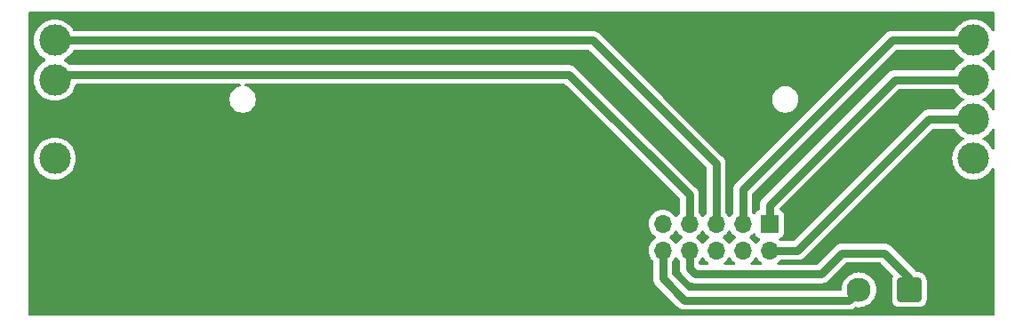
<source format=gtl>
G04 #@! TF.GenerationSoftware,KiCad,Pcbnew,8.0.4*
G04 #@! TF.CreationDate,2024-09-19T22:50:53+02:00*
G04 #@! TF.ProjectId,Fader_Breakout,46616465-725f-4427-9265-616b6f75742e,rev?*
G04 #@! TF.SameCoordinates,Original*
G04 #@! TF.FileFunction,Copper,L1,Top*
G04 #@! TF.FilePolarity,Positive*
%FSLAX46Y46*%
G04 Gerber Fmt 4.6, Leading zero omitted, Abs format (unit mm)*
G04 Created by KiCad (PCBNEW 8.0.4) date 2024-09-19 22:50:53*
%MOMM*%
%LPD*%
G01*
G04 APERTURE LIST*
G04 Aperture macros list*
%AMRoundRect*
0 Rectangle with rounded corners*
0 $1 Rounding radius*
0 $2 $3 $4 $5 $6 $7 $8 $9 X,Y pos of 4 corners*
0 Add a 4 corners polygon primitive as box body*
4,1,4,$2,$3,$4,$5,$6,$7,$8,$9,$2,$3,0*
0 Add four circle primitives for the rounded corners*
1,1,$1+$1,$2,$3*
1,1,$1+$1,$4,$5*
1,1,$1+$1,$6,$7*
1,1,$1+$1,$8,$9*
0 Add four rect primitives between the rounded corners*
20,1,$1+$1,$2,$3,$4,$5,0*
20,1,$1+$1,$4,$5,$6,$7,0*
20,1,$1+$1,$6,$7,$8,$9,0*
20,1,$1+$1,$8,$9,$2,$3,0*%
G04 Aperture macros list end*
G04 #@! TA.AperFunction,ComponentPad*
%ADD10R,1.700000X1.700000*%
G04 #@! TD*
G04 #@! TA.AperFunction,ComponentPad*
%ADD11O,1.700000X1.700000*%
G04 #@! TD*
G04 #@! TA.AperFunction,ComponentPad*
%ADD12C,3.000000*%
G04 #@! TD*
G04 #@! TA.AperFunction,ComponentPad*
%ADD13RoundRect,0.250001X0.899999X0.899999X-0.899999X0.899999X-0.899999X-0.899999X0.899999X-0.899999X0*%
G04 #@! TD*
G04 #@! TA.AperFunction,ComponentPad*
%ADD14C,2.300000*%
G04 #@! TD*
G04 #@! TA.AperFunction,Conductor*
%ADD15C,0.800000*%
G04 #@! TD*
G04 APERTURE END LIST*
D10*
X175075000Y-98725000D03*
D11*
X175075000Y-101265000D03*
X172535000Y-98725000D03*
X172535000Y-101265000D03*
X169995000Y-98725000D03*
X169995000Y-101265000D03*
X167455000Y-98725000D03*
X167455000Y-101265000D03*
X164915000Y-98725000D03*
X164915000Y-101265000D03*
D12*
X194500000Y-85000000D03*
X194500000Y-88750000D03*
X194500000Y-81250000D03*
X194500000Y-92500000D03*
X107000000Y-81250000D03*
X107000000Y-92500000D03*
X107000000Y-85000000D03*
D13*
X188400000Y-105000000D03*
D14*
X183600000Y-105000000D03*
D15*
X183600000Y-105000000D02*
X182600000Y-106000000D01*
X167000000Y-106000000D02*
X164915000Y-103915000D01*
X182600000Y-106000000D02*
X167000000Y-106000000D01*
X164915000Y-103915000D02*
X164915000Y-101265000D01*
X186750000Y-81250000D02*
X172535000Y-95465000D01*
X172535000Y-95465000D02*
X172535000Y-98725000D01*
X194500000Y-81250000D02*
X186750000Y-81250000D01*
X167455000Y-95955000D02*
X167455000Y-98725000D01*
X107000000Y-85000000D02*
X107500000Y-84500000D01*
X156000000Y-84500000D02*
X167455000Y-95955000D01*
X107500000Y-84500000D02*
X156000000Y-84500000D01*
X187000000Y-85000000D02*
X175075000Y-96925000D01*
X194500000Y-85000000D02*
X187000000Y-85000000D01*
X175075000Y-96925000D02*
X175075000Y-98725000D01*
X186000000Y-101500000D02*
X182000000Y-101500000D01*
X168000000Y-103500000D02*
X167455000Y-102955000D01*
X167455000Y-102955000D02*
X167455000Y-101265000D01*
X182000000Y-101500000D02*
X180000000Y-103500000D01*
X180000000Y-103500000D02*
X168000000Y-103500000D01*
X188400000Y-103900000D02*
X186000000Y-101500000D01*
X188400000Y-105000000D02*
X188400000Y-103900000D01*
X177735000Y-101265000D02*
X175075000Y-101265000D01*
X190250000Y-88750000D02*
X177735000Y-101265000D01*
X194500000Y-88750000D02*
X190250000Y-88750000D01*
X194500000Y-88750000D02*
X194250000Y-88750000D01*
X107000000Y-81250000D02*
X158250000Y-81250000D01*
X169995000Y-92995000D02*
X169995000Y-98725000D01*
X158250000Y-81250000D02*
X169995000Y-92995000D01*
G04 #@! TA.AperFunction,NonConductor*
G36*
X196449811Y-82148989D02*
G01*
X196491682Y-82204923D01*
X196499500Y-82248256D01*
X196499500Y-84001743D01*
X196479815Y-84068782D01*
X196427011Y-84114537D01*
X196357853Y-84124481D01*
X196294297Y-84095456D01*
X196266668Y-84061170D01*
X196187229Y-83915690D01*
X196187224Y-83915682D01*
X196015745Y-83686612D01*
X196015729Y-83686594D01*
X195813405Y-83484270D01*
X195813387Y-83484254D01*
X195584317Y-83312775D01*
X195584309Y-83312770D01*
X195439745Y-83233832D01*
X195390340Y-83184427D01*
X195375488Y-83116154D01*
X195399905Y-83050689D01*
X195439745Y-83016168D01*
X195532627Y-82965449D01*
X195584315Y-82937226D01*
X195813395Y-82765739D01*
X196015739Y-82563395D01*
X196187226Y-82334315D01*
X196234218Y-82248256D01*
X196266668Y-82188829D01*
X196316073Y-82139424D01*
X196384346Y-82124572D01*
X196449811Y-82148989D01*
G37*
G04 #@! TD.AperFunction*
G04 #@! TA.AperFunction,NonConductor*
G36*
X196449811Y-85898989D02*
G01*
X196491682Y-85954923D01*
X196499500Y-85998256D01*
X196499500Y-87751743D01*
X196479815Y-87818782D01*
X196427011Y-87864537D01*
X196357853Y-87874481D01*
X196294297Y-87845456D01*
X196266668Y-87811170D01*
X196187229Y-87665690D01*
X196187224Y-87665682D01*
X196015745Y-87436612D01*
X196015729Y-87436594D01*
X195813405Y-87234270D01*
X195813387Y-87234254D01*
X195584317Y-87062775D01*
X195584309Y-87062770D01*
X195439745Y-86983832D01*
X195390340Y-86934427D01*
X195375488Y-86866154D01*
X195399905Y-86800689D01*
X195439745Y-86766168D01*
X195532627Y-86715449D01*
X195584315Y-86687226D01*
X195813395Y-86515739D01*
X196015739Y-86313395D01*
X196187226Y-86084315D01*
X196234218Y-85998256D01*
X196266668Y-85938829D01*
X196316073Y-85889424D01*
X196384346Y-85874572D01*
X196449811Y-85898989D01*
G37*
G04 #@! TD.AperFunction*
G04 #@! TA.AperFunction,NonConductor*
G36*
X196449811Y-89648989D02*
G01*
X196491682Y-89704923D01*
X196499500Y-89748256D01*
X196499500Y-91501743D01*
X196479815Y-91568782D01*
X196427011Y-91614537D01*
X196357853Y-91624481D01*
X196294297Y-91595456D01*
X196266668Y-91561170D01*
X196187229Y-91415690D01*
X196187224Y-91415682D01*
X196015745Y-91186612D01*
X196015729Y-91186594D01*
X195813405Y-90984270D01*
X195813387Y-90984254D01*
X195584317Y-90812775D01*
X195584309Y-90812770D01*
X195439745Y-90733832D01*
X195390340Y-90684427D01*
X195375488Y-90616154D01*
X195399905Y-90550689D01*
X195439745Y-90516168D01*
X195532627Y-90465449D01*
X195584315Y-90437226D01*
X195813395Y-90265739D01*
X196015739Y-90063395D01*
X196187226Y-89834315D01*
X196234218Y-89748256D01*
X196266668Y-89688829D01*
X196316073Y-89639424D01*
X196384346Y-89624572D01*
X196449811Y-89648989D01*
G37*
G04 #@! TD.AperFunction*
G04 #@! TA.AperFunction,NonConductor*
G36*
X192705870Y-82170185D02*
G01*
X192747663Y-82215073D01*
X192812770Y-82334310D01*
X192812775Y-82334317D01*
X192984254Y-82563387D01*
X192984270Y-82563405D01*
X193186594Y-82765729D01*
X193186612Y-82765745D01*
X193415682Y-82937224D01*
X193415690Y-82937229D01*
X193560254Y-83016168D01*
X193609659Y-83065574D01*
X193624511Y-83133847D01*
X193600094Y-83199311D01*
X193560254Y-83233832D01*
X193415690Y-83312770D01*
X193415682Y-83312775D01*
X193186612Y-83484254D01*
X193186594Y-83484270D01*
X192984270Y-83686594D01*
X192984254Y-83686612D01*
X192812775Y-83915682D01*
X192812770Y-83915689D01*
X192747663Y-84034927D01*
X192698258Y-84084332D01*
X192638831Y-84099500D01*
X186911303Y-84099500D01*
X186737339Y-84134103D01*
X186737323Y-84134108D01*
X186621453Y-84182102D01*
X186621454Y-84182103D01*
X186573454Y-84201986D01*
X186573453Y-84201987D01*
X186520553Y-84237334D01*
X186425965Y-84300535D01*
X186425961Y-84300538D01*
X174375540Y-96350958D01*
X174375537Y-96350961D01*
X174355102Y-96381546D01*
X174276990Y-96498447D01*
X174276983Y-96498460D01*
X174264320Y-96529034D01*
X174264320Y-96529035D01*
X174209105Y-96662333D01*
X174209103Y-96662341D01*
X174177565Y-96820890D01*
X174177566Y-96820891D01*
X174174500Y-96836306D01*
X174174500Y-97273560D01*
X174154815Y-97340599D01*
X174102011Y-97386354D01*
X174093833Y-97389742D01*
X173982671Y-97431202D01*
X173982664Y-97431206D01*
X173867455Y-97517452D01*
X173867452Y-97517455D01*
X173781206Y-97632664D01*
X173781203Y-97632669D01*
X173732189Y-97764083D01*
X173690317Y-97820016D01*
X173624853Y-97844433D01*
X173556580Y-97829581D01*
X173528325Y-97808429D01*
X173471818Y-97751921D01*
X173438334Y-97690598D01*
X173435500Y-97664241D01*
X173435500Y-95889361D01*
X173455185Y-95822322D01*
X173471819Y-95801680D01*
X187086680Y-82186819D01*
X187148003Y-82153334D01*
X187174361Y-82150500D01*
X192638831Y-82150500D01*
X192705870Y-82170185D01*
G37*
G04 #@! TD.AperFunction*
G04 #@! TA.AperFunction,NonConductor*
G36*
X157892677Y-82170185D02*
G01*
X157913319Y-82186819D01*
X169058181Y-93331680D01*
X169091666Y-93393003D01*
X169094500Y-93419361D01*
X169094500Y-97664241D01*
X169074815Y-97731280D01*
X169058181Y-97751922D01*
X168956505Y-97853597D01*
X168826575Y-98039158D01*
X168771998Y-98082783D01*
X168702500Y-98089977D01*
X168640145Y-98058454D01*
X168623425Y-98039158D01*
X168493494Y-97853597D01*
X168391819Y-97751922D01*
X168358334Y-97690599D01*
X168355500Y-97664241D01*
X168355500Y-95866306D01*
X168355499Y-95866304D01*
X168320896Y-95692341D01*
X168320893Y-95692332D01*
X168253016Y-95528459D01*
X168253009Y-95528446D01*
X168154465Y-95380966D01*
X168149803Y-95376304D01*
X168029035Y-95255536D01*
X156574036Y-83800536D01*
X156574035Y-83800535D01*
X156574030Y-83800531D01*
X156514961Y-83761064D01*
X156514960Y-83761063D01*
X156426544Y-83701985D01*
X156426542Y-83701984D01*
X156344607Y-83668046D01*
X156344606Y-83668046D01*
X156262666Y-83634105D01*
X156262658Y-83634103D01*
X156088696Y-83599500D01*
X156088692Y-83599500D01*
X156088691Y-83599500D01*
X108479996Y-83599500D01*
X108412957Y-83579815D01*
X108392319Y-83563185D01*
X108313395Y-83484261D01*
X108313393Y-83484260D01*
X108313387Y-83484254D01*
X108084317Y-83312775D01*
X108084309Y-83312770D01*
X107939745Y-83233832D01*
X107890340Y-83184427D01*
X107875488Y-83116154D01*
X107899905Y-83050689D01*
X107939745Y-83016168D01*
X108032627Y-82965449D01*
X108084315Y-82937226D01*
X108313395Y-82765739D01*
X108515739Y-82563395D01*
X108687226Y-82334315D01*
X108687230Y-82334309D01*
X108752337Y-82215073D01*
X108801742Y-82165668D01*
X108861169Y-82150500D01*
X157825638Y-82150500D01*
X157892677Y-82170185D01*
G37*
G04 #@! TD.AperFunction*
G04 #@! TA.AperFunction,NonConductor*
G36*
X192705870Y-85920185D02*
G01*
X192747663Y-85965073D01*
X192812770Y-86084310D01*
X192812775Y-86084317D01*
X192984254Y-86313387D01*
X192984270Y-86313405D01*
X193186594Y-86515729D01*
X193186612Y-86515745D01*
X193415682Y-86687224D01*
X193415690Y-86687229D01*
X193560254Y-86766168D01*
X193609659Y-86815574D01*
X193624511Y-86883847D01*
X193600094Y-86949311D01*
X193560254Y-86983832D01*
X193415690Y-87062770D01*
X193415682Y-87062775D01*
X193186612Y-87234254D01*
X193186594Y-87234270D01*
X192984270Y-87436594D01*
X192984254Y-87436612D01*
X192812775Y-87665682D01*
X192812770Y-87665689D01*
X192747663Y-87784927D01*
X192698258Y-87834332D01*
X192638831Y-87849500D01*
X190161303Y-87849500D01*
X189987339Y-87884103D01*
X189987323Y-87884108D01*
X189871453Y-87932102D01*
X189871454Y-87932103D01*
X189823454Y-87951986D01*
X189700887Y-88033882D01*
X189700886Y-88033884D01*
X189675965Y-88050536D01*
X189675961Y-88050539D01*
X177398319Y-100328181D01*
X177336996Y-100361666D01*
X177310638Y-100364500D01*
X176135758Y-100364500D01*
X176068719Y-100344815D01*
X176048077Y-100328181D01*
X175991569Y-100271673D01*
X175958084Y-100210350D01*
X175963068Y-100140658D01*
X176004940Y-100084725D01*
X176035915Y-100067810D01*
X176167331Y-100018796D01*
X176282546Y-99932546D01*
X176368796Y-99817331D01*
X176419091Y-99682483D01*
X176425500Y-99622873D01*
X176425499Y-97827128D01*
X176419091Y-97767517D01*
X176417810Y-97764083D01*
X176368797Y-97632671D01*
X176368793Y-97632664D01*
X176282547Y-97517455D01*
X176282544Y-97517452D01*
X176167335Y-97431206D01*
X176167329Y-97431203D01*
X176111375Y-97410333D01*
X176055441Y-97368461D01*
X176031025Y-97302996D01*
X176045877Y-97234724D01*
X176067025Y-97206473D01*
X187336680Y-85936819D01*
X187398003Y-85903334D01*
X187424361Y-85900500D01*
X192638831Y-85900500D01*
X192705870Y-85920185D01*
G37*
G04 #@! TD.AperFunction*
G04 #@! TA.AperFunction,NonConductor*
G36*
X173659340Y-99613068D02*
G01*
X173715274Y-99654939D01*
X173732189Y-99685917D01*
X173781202Y-99817328D01*
X173781206Y-99817335D01*
X173867452Y-99932544D01*
X173867455Y-99932547D01*
X173982664Y-100018793D01*
X173982671Y-100018797D01*
X174114081Y-100067810D01*
X174170015Y-100109681D01*
X174194432Y-100175145D01*
X174179580Y-100243418D01*
X174158430Y-100271673D01*
X174036503Y-100393600D01*
X173906575Y-100579158D01*
X173851998Y-100622783D01*
X173782500Y-100629977D01*
X173720145Y-100598454D01*
X173703425Y-100579158D01*
X173573494Y-100393597D01*
X173406402Y-100226506D01*
X173406396Y-100226501D01*
X173220842Y-100096575D01*
X173177217Y-100041998D01*
X173170023Y-99972500D01*
X173201546Y-99910145D01*
X173220842Y-99893425D01*
X173243026Y-99877891D01*
X173406401Y-99763495D01*
X173528329Y-99641566D01*
X173589648Y-99608084D01*
X173659340Y-99613068D01*
G37*
G04 #@! TD.AperFunction*
G04 #@! TA.AperFunction,NonConductor*
G36*
X171349855Y-99391546D02*
G01*
X171366575Y-99410842D01*
X171496501Y-99596396D01*
X171496506Y-99596402D01*
X171663597Y-99763493D01*
X171663603Y-99763498D01*
X171849158Y-99893425D01*
X171892783Y-99948002D01*
X171899977Y-100017500D01*
X171868454Y-100079855D01*
X171849158Y-100096575D01*
X171663597Y-100226505D01*
X171496505Y-100393597D01*
X171366575Y-100579158D01*
X171311998Y-100622783D01*
X171242500Y-100629977D01*
X171180145Y-100598454D01*
X171163425Y-100579158D01*
X171033494Y-100393597D01*
X170866402Y-100226506D01*
X170866396Y-100226501D01*
X170680842Y-100096575D01*
X170637217Y-100041998D01*
X170630023Y-99972500D01*
X170661546Y-99910145D01*
X170680842Y-99893425D01*
X170703026Y-99877891D01*
X170866401Y-99763495D01*
X171033495Y-99596401D01*
X171163425Y-99410842D01*
X171218002Y-99367217D01*
X171287500Y-99360023D01*
X171349855Y-99391546D01*
G37*
G04 #@! TD.AperFunction*
G04 #@! TA.AperFunction,NonConductor*
G36*
X168809855Y-99391546D02*
G01*
X168826575Y-99410842D01*
X168956501Y-99596396D01*
X168956506Y-99596402D01*
X169123597Y-99763493D01*
X169123603Y-99763498D01*
X169309158Y-99893425D01*
X169352783Y-99948002D01*
X169359977Y-100017500D01*
X169328454Y-100079855D01*
X169309158Y-100096575D01*
X169123597Y-100226505D01*
X168956505Y-100393597D01*
X168826575Y-100579158D01*
X168771998Y-100622783D01*
X168702500Y-100629977D01*
X168640145Y-100598454D01*
X168623425Y-100579158D01*
X168493494Y-100393597D01*
X168326402Y-100226506D01*
X168326396Y-100226501D01*
X168140842Y-100096575D01*
X168097217Y-100041998D01*
X168090023Y-99972500D01*
X168121546Y-99910145D01*
X168140842Y-99893425D01*
X168163026Y-99877891D01*
X168326401Y-99763495D01*
X168493495Y-99596401D01*
X168623425Y-99410842D01*
X168678002Y-99367217D01*
X168747500Y-99360023D01*
X168809855Y-99391546D01*
G37*
G04 #@! TD.AperFunction*
G04 #@! TA.AperFunction,NonConductor*
G36*
X166269855Y-99391546D02*
G01*
X166286575Y-99410842D01*
X166416501Y-99596396D01*
X166416506Y-99596402D01*
X166583597Y-99763493D01*
X166583603Y-99763498D01*
X166769158Y-99893425D01*
X166812783Y-99948002D01*
X166819977Y-100017500D01*
X166788454Y-100079855D01*
X166769158Y-100096575D01*
X166583597Y-100226505D01*
X166416505Y-100393597D01*
X166286575Y-100579158D01*
X166231998Y-100622783D01*
X166162500Y-100629977D01*
X166100145Y-100598454D01*
X166083425Y-100579158D01*
X165953494Y-100393597D01*
X165786402Y-100226506D01*
X165786396Y-100226501D01*
X165600842Y-100096575D01*
X165557217Y-100041998D01*
X165550023Y-99972500D01*
X165581546Y-99910145D01*
X165600842Y-99893425D01*
X165623026Y-99877891D01*
X165786401Y-99763495D01*
X165953495Y-99596401D01*
X166083425Y-99410842D01*
X166138002Y-99367217D01*
X166207500Y-99360023D01*
X166269855Y-99391546D01*
G37*
G04 #@! TD.AperFunction*
G04 #@! TA.AperFunction,NonConductor*
G36*
X173889855Y-101931546D02*
G01*
X173906575Y-101950842D01*
X174036501Y-102136396D01*
X174036506Y-102136402D01*
X174203597Y-102303493D01*
X174203603Y-102303498D01*
X174304183Y-102373925D01*
X174347808Y-102428502D01*
X174355002Y-102498000D01*
X174323479Y-102560355D01*
X174263249Y-102595769D01*
X174233060Y-102599500D01*
X173376940Y-102599500D01*
X173309901Y-102579815D01*
X173264146Y-102527011D01*
X173254202Y-102457853D01*
X173283227Y-102394297D01*
X173305817Y-102373925D01*
X173374606Y-102325758D01*
X173406401Y-102303495D01*
X173573495Y-102136401D01*
X173703425Y-101950842D01*
X173758002Y-101907217D01*
X173827500Y-101900023D01*
X173889855Y-101931546D01*
G37*
G04 #@! TD.AperFunction*
G04 #@! TA.AperFunction,NonConductor*
G36*
X171349855Y-101931546D02*
G01*
X171366575Y-101950842D01*
X171496501Y-102136396D01*
X171496506Y-102136402D01*
X171663597Y-102303493D01*
X171663603Y-102303498D01*
X171764183Y-102373925D01*
X171807808Y-102428502D01*
X171815002Y-102498000D01*
X171783479Y-102560355D01*
X171723249Y-102595769D01*
X171693060Y-102599500D01*
X170836940Y-102599500D01*
X170769901Y-102579815D01*
X170724146Y-102527011D01*
X170714202Y-102457853D01*
X170743227Y-102394297D01*
X170765817Y-102373925D01*
X170834606Y-102325758D01*
X170866401Y-102303495D01*
X171033495Y-102136401D01*
X171163425Y-101950842D01*
X171218002Y-101907217D01*
X171287500Y-101900023D01*
X171349855Y-101931546D01*
G37*
G04 #@! TD.AperFunction*
G04 #@! TA.AperFunction,NonConductor*
G36*
X168809855Y-101931546D02*
G01*
X168826575Y-101950842D01*
X168956501Y-102136396D01*
X168956506Y-102136402D01*
X169123597Y-102303493D01*
X169123603Y-102303498D01*
X169224183Y-102373925D01*
X169267808Y-102428502D01*
X169275002Y-102498000D01*
X169243479Y-102560355D01*
X169183249Y-102595769D01*
X169153060Y-102599500D01*
X168479500Y-102599500D01*
X168412461Y-102579815D01*
X168366706Y-102527011D01*
X168355500Y-102475500D01*
X168355500Y-102325758D01*
X168375185Y-102258719D01*
X168391819Y-102238077D01*
X168428077Y-102201819D01*
X168493495Y-102136401D01*
X168623425Y-101950842D01*
X168678002Y-101907217D01*
X168747500Y-101900023D01*
X168809855Y-101931546D01*
G37*
G04 #@! TD.AperFunction*
G04 #@! TA.AperFunction,NonConductor*
G36*
X196442539Y-78520185D02*
G01*
X196488294Y-78572989D01*
X196499500Y-78624500D01*
X196499500Y-80251743D01*
X196479815Y-80318782D01*
X196427011Y-80364537D01*
X196357853Y-80374481D01*
X196294297Y-80345456D01*
X196266668Y-80311170D01*
X196187229Y-80165690D01*
X196187224Y-80165682D01*
X196015745Y-79936612D01*
X196015729Y-79936594D01*
X195813405Y-79734270D01*
X195813387Y-79734254D01*
X195584317Y-79562775D01*
X195584309Y-79562770D01*
X195333166Y-79425635D01*
X195333167Y-79425635D01*
X195225915Y-79385632D01*
X195065046Y-79325631D01*
X195065043Y-79325630D01*
X195065037Y-79325628D01*
X194785433Y-79264804D01*
X194500001Y-79244390D01*
X194499999Y-79244390D01*
X194214566Y-79264804D01*
X193934962Y-79325628D01*
X193666833Y-79425635D01*
X193415690Y-79562770D01*
X193415682Y-79562775D01*
X193186612Y-79734254D01*
X193186594Y-79734270D01*
X192984270Y-79936594D01*
X192984254Y-79936612D01*
X192812775Y-80165682D01*
X192812770Y-80165689D01*
X192747663Y-80284927D01*
X192698258Y-80334332D01*
X192638831Y-80349500D01*
X186661303Y-80349500D01*
X186487339Y-80384103D01*
X186487323Y-80384108D01*
X186371453Y-80432102D01*
X186371454Y-80432103D01*
X186323454Y-80451986D01*
X186175965Y-80550535D01*
X186175961Y-80550538D01*
X171835538Y-94890960D01*
X171835537Y-94890961D01*
X171796064Y-94950039D01*
X171796063Y-94950040D01*
X171736990Y-95038447D01*
X171736983Y-95038459D01*
X171716006Y-95089105D01*
X171716006Y-95089106D01*
X171669106Y-95202331D01*
X171669103Y-95202341D01*
X171658522Y-95255537D01*
X171634500Y-95376304D01*
X171634500Y-97664241D01*
X171614815Y-97731280D01*
X171598181Y-97751922D01*
X171496505Y-97853597D01*
X171366575Y-98039158D01*
X171311998Y-98082783D01*
X171242500Y-98089977D01*
X171180145Y-98058454D01*
X171163425Y-98039158D01*
X171033494Y-97853597D01*
X170931819Y-97751922D01*
X170898334Y-97690599D01*
X170895500Y-97664241D01*
X170895500Y-92906306D01*
X170895499Y-92906304D01*
X170860896Y-92732341D01*
X170860893Y-92732332D01*
X170793016Y-92568459D01*
X170793009Y-92568446D01*
X170694465Y-92420966D01*
X170688069Y-92414570D01*
X170569035Y-92295536D01*
X165050076Y-86776577D01*
X175349500Y-86776577D01*
X175349500Y-86973422D01*
X175380290Y-87167826D01*
X175441117Y-87355029D01*
X175482686Y-87436612D01*
X175530476Y-87530405D01*
X175646172Y-87689646D01*
X175785354Y-87828828D01*
X175944595Y-87944524D01*
X176027455Y-87986743D01*
X176119970Y-88033882D01*
X176119972Y-88033882D01*
X176119975Y-88033884D01*
X176171234Y-88050539D01*
X176307173Y-88094709D01*
X176501578Y-88125500D01*
X176501583Y-88125500D01*
X176698422Y-88125500D01*
X176892826Y-88094709D01*
X177080025Y-88033884D01*
X177255405Y-87944524D01*
X177414646Y-87828828D01*
X177553828Y-87689646D01*
X177669524Y-87530405D01*
X177758884Y-87355025D01*
X177819709Y-87167826D01*
X177850500Y-86973422D01*
X177850500Y-86776577D01*
X177819709Y-86582173D01*
X177758882Y-86394970D01*
X177669523Y-86219594D01*
X177553828Y-86060354D01*
X177414646Y-85921172D01*
X177255405Y-85805476D01*
X177080029Y-85716117D01*
X176892826Y-85655290D01*
X176698422Y-85624500D01*
X176698417Y-85624500D01*
X176501583Y-85624500D01*
X176501578Y-85624500D01*
X176307173Y-85655290D01*
X176119970Y-85716117D01*
X175944594Y-85805476D01*
X175906483Y-85833166D01*
X175785354Y-85921172D01*
X175785352Y-85921174D01*
X175785351Y-85921174D01*
X175646174Y-86060351D01*
X175646174Y-86060352D01*
X175646172Y-86060354D01*
X175628762Y-86084317D01*
X175530476Y-86219594D01*
X175441117Y-86394970D01*
X175380290Y-86582173D01*
X175349500Y-86776577D01*
X165050076Y-86776577D01*
X158824036Y-80550536D01*
X158824035Y-80550535D01*
X158824030Y-80550531D01*
X158764961Y-80511064D01*
X158764960Y-80511063D01*
X158676544Y-80451985D01*
X158676542Y-80451984D01*
X158591692Y-80416839D01*
X158512666Y-80384105D01*
X158512658Y-80384103D01*
X158338696Y-80349500D01*
X158338692Y-80349500D01*
X158338691Y-80349500D01*
X108861169Y-80349500D01*
X108794130Y-80329815D01*
X108752337Y-80284927D01*
X108687229Y-80165689D01*
X108687224Y-80165682D01*
X108515745Y-79936612D01*
X108515729Y-79936594D01*
X108313405Y-79734270D01*
X108313387Y-79734254D01*
X108084317Y-79562775D01*
X108084309Y-79562770D01*
X107833166Y-79425635D01*
X107833167Y-79425635D01*
X107725915Y-79385632D01*
X107565046Y-79325631D01*
X107565043Y-79325630D01*
X107565037Y-79325628D01*
X107285433Y-79264804D01*
X107000001Y-79244390D01*
X106999999Y-79244390D01*
X106714566Y-79264804D01*
X106434962Y-79325628D01*
X106166833Y-79425635D01*
X105915690Y-79562770D01*
X105915682Y-79562775D01*
X105686612Y-79734254D01*
X105686594Y-79734270D01*
X105484270Y-79936594D01*
X105484254Y-79936612D01*
X105312775Y-80165682D01*
X105312770Y-80165690D01*
X105175635Y-80416833D01*
X105075628Y-80684962D01*
X105014804Y-80964566D01*
X104994390Y-81249998D01*
X104994390Y-81250001D01*
X105014804Y-81535433D01*
X105075628Y-81815037D01*
X105175635Y-82083166D01*
X105312770Y-82334309D01*
X105312775Y-82334317D01*
X105484254Y-82563387D01*
X105484270Y-82563405D01*
X105686594Y-82765729D01*
X105686612Y-82765745D01*
X105915682Y-82937224D01*
X105915690Y-82937229D01*
X106060254Y-83016168D01*
X106109659Y-83065574D01*
X106124511Y-83133847D01*
X106100094Y-83199311D01*
X106060254Y-83233832D01*
X105915690Y-83312770D01*
X105915682Y-83312775D01*
X105686612Y-83484254D01*
X105686594Y-83484270D01*
X105484270Y-83686594D01*
X105484254Y-83686612D01*
X105312775Y-83915682D01*
X105312770Y-83915690D01*
X105175635Y-84166833D01*
X105075628Y-84434962D01*
X105014804Y-84714566D01*
X104994390Y-84999998D01*
X104994390Y-85000001D01*
X105014804Y-85285433D01*
X105075628Y-85565037D01*
X105075630Y-85565043D01*
X105075631Y-85565046D01*
X105131978Y-85716117D01*
X105175635Y-85833166D01*
X105312770Y-86084309D01*
X105312775Y-86084317D01*
X105484254Y-86313387D01*
X105484270Y-86313405D01*
X105686594Y-86515729D01*
X105686612Y-86515745D01*
X105915682Y-86687224D01*
X105915690Y-86687229D01*
X106166833Y-86824364D01*
X106166832Y-86824364D01*
X106166836Y-86824365D01*
X106166839Y-86824367D01*
X106434954Y-86924369D01*
X106434960Y-86924370D01*
X106434962Y-86924371D01*
X106714566Y-86985195D01*
X106714568Y-86985195D01*
X106714572Y-86985196D01*
X106968220Y-87003337D01*
X106999999Y-87005610D01*
X107000000Y-87005610D01*
X107000001Y-87005610D01*
X107028595Y-87003564D01*
X107285428Y-86985196D01*
X107291699Y-86983832D01*
X107565037Y-86924371D01*
X107565037Y-86924370D01*
X107565046Y-86924369D01*
X107833161Y-86824367D01*
X108084315Y-86687226D01*
X108313395Y-86515739D01*
X108515739Y-86313395D01*
X108687226Y-86084315D01*
X108824367Y-85833161D01*
X108924369Y-85565046D01*
X108938923Y-85498143D01*
X108972407Y-85436819D01*
X109033730Y-85403334D01*
X109060089Y-85400500D01*
X124640292Y-85400500D01*
X124707331Y-85420185D01*
X124753086Y-85472989D01*
X124763030Y-85542147D01*
X124734005Y-85605703D01*
X124675227Y-85643477D01*
X124659690Y-85646973D01*
X124607173Y-85655290D01*
X124419970Y-85716117D01*
X124244594Y-85805476D01*
X124206483Y-85833166D01*
X124085354Y-85921172D01*
X124085352Y-85921174D01*
X124085351Y-85921174D01*
X123946174Y-86060351D01*
X123946174Y-86060352D01*
X123946172Y-86060354D01*
X123928762Y-86084317D01*
X123830476Y-86219594D01*
X123741117Y-86394970D01*
X123680290Y-86582173D01*
X123649500Y-86776577D01*
X123649500Y-86973422D01*
X123680290Y-87167826D01*
X123741117Y-87355029D01*
X123782686Y-87436612D01*
X123830476Y-87530405D01*
X123946172Y-87689646D01*
X124085354Y-87828828D01*
X124244595Y-87944524D01*
X124327455Y-87986743D01*
X124419970Y-88033882D01*
X124419972Y-88033882D01*
X124419975Y-88033884D01*
X124471234Y-88050539D01*
X124607173Y-88094709D01*
X124801578Y-88125500D01*
X124801583Y-88125500D01*
X124998422Y-88125500D01*
X125192826Y-88094709D01*
X125380025Y-88033884D01*
X125555405Y-87944524D01*
X125714646Y-87828828D01*
X125853828Y-87689646D01*
X125969524Y-87530405D01*
X126058884Y-87355025D01*
X126119709Y-87167826D01*
X126150500Y-86973422D01*
X126150500Y-86776577D01*
X126119709Y-86582173D01*
X126058882Y-86394970D01*
X125969523Y-86219594D01*
X125853828Y-86060354D01*
X125714646Y-85921172D01*
X125555405Y-85805476D01*
X125380029Y-85716117D01*
X125192826Y-85655290D01*
X125140310Y-85646973D01*
X125077175Y-85617044D01*
X125040244Y-85557732D01*
X125041242Y-85487870D01*
X125079852Y-85429637D01*
X125143816Y-85401523D01*
X125159708Y-85400500D01*
X155575638Y-85400500D01*
X155642677Y-85420185D01*
X155663319Y-85436819D01*
X166518181Y-96291680D01*
X166551666Y-96353003D01*
X166554500Y-96379361D01*
X166554500Y-97664241D01*
X166534815Y-97731280D01*
X166518181Y-97751922D01*
X166416505Y-97853597D01*
X166286575Y-98039158D01*
X166231998Y-98082783D01*
X166162500Y-98089977D01*
X166100145Y-98058454D01*
X166083425Y-98039158D01*
X165953494Y-97853597D01*
X165786402Y-97686506D01*
X165786395Y-97686501D01*
X165592834Y-97550967D01*
X165592830Y-97550965D01*
X165592828Y-97550964D01*
X165378663Y-97451097D01*
X165378659Y-97451096D01*
X165378655Y-97451094D01*
X165150413Y-97389938D01*
X165150403Y-97389936D01*
X164915001Y-97369341D01*
X164914999Y-97369341D01*
X164679596Y-97389936D01*
X164679586Y-97389938D01*
X164451344Y-97451094D01*
X164451335Y-97451098D01*
X164237171Y-97550964D01*
X164237169Y-97550965D01*
X164043597Y-97686505D01*
X163876505Y-97853597D01*
X163740965Y-98047169D01*
X163740964Y-98047171D01*
X163641098Y-98261335D01*
X163641094Y-98261344D01*
X163579938Y-98489586D01*
X163579936Y-98489596D01*
X163559341Y-98724999D01*
X163559341Y-98725000D01*
X163579936Y-98960403D01*
X163579938Y-98960413D01*
X163641094Y-99188655D01*
X163641096Y-99188659D01*
X163641097Y-99188663D01*
X163645000Y-99197032D01*
X163740965Y-99402830D01*
X163740967Y-99402834D01*
X163849281Y-99557521D01*
X163876501Y-99596396D01*
X163876506Y-99596402D01*
X164043597Y-99763493D01*
X164043603Y-99763498D01*
X164229158Y-99893425D01*
X164272783Y-99948002D01*
X164279977Y-100017500D01*
X164248454Y-100079855D01*
X164229158Y-100096575D01*
X164043597Y-100226505D01*
X163876505Y-100393597D01*
X163740965Y-100587169D01*
X163740964Y-100587171D01*
X163641098Y-100801335D01*
X163641094Y-100801344D01*
X163579938Y-101029586D01*
X163579936Y-101029596D01*
X163559341Y-101264999D01*
X163559341Y-101265000D01*
X163579936Y-101500403D01*
X163579938Y-101500413D01*
X163641094Y-101728655D01*
X163641096Y-101728659D01*
X163641097Y-101728663D01*
X163645000Y-101737032D01*
X163740965Y-101942830D01*
X163740967Y-101942834D01*
X163783754Y-102003939D01*
X163876501Y-102136396D01*
X163876506Y-102136402D01*
X163978181Y-102238077D01*
X164011666Y-102299400D01*
X164014500Y-102325758D01*
X164014500Y-104003696D01*
X164049103Y-104177658D01*
X164049105Y-104177666D01*
X164078393Y-104248373D01*
X164116983Y-104341540D01*
X164116991Y-104341555D01*
X164173391Y-104425961D01*
X164173392Y-104425964D01*
X164215532Y-104489031D01*
X164215538Y-104489039D01*
X166300536Y-106574035D01*
X166366499Y-106639998D01*
X166425966Y-106699465D01*
X166573446Y-106798009D01*
X166573459Y-106798016D01*
X166696363Y-106848923D01*
X166737334Y-106865894D01*
X166779935Y-106874368D01*
X166911305Y-106900500D01*
X166911308Y-106900500D01*
X182688693Y-106900500D01*
X182688694Y-106900499D01*
X182862666Y-106865895D01*
X182944606Y-106831953D01*
X183026547Y-106798013D01*
X183026549Y-106798011D01*
X183026552Y-106798010D01*
X183114955Y-106738939D01*
X183114955Y-106738938D01*
X183114959Y-106738936D01*
X183174036Y-106699464D01*
X183209062Y-106664438D01*
X183270384Y-106630952D01*
X183325690Y-106631543D01*
X183341006Y-106635221D01*
X183600000Y-106655604D01*
X183858994Y-106635221D01*
X184111610Y-106574573D01*
X184351628Y-106475154D01*
X184573140Y-106339412D01*
X184770689Y-106170689D01*
X184939412Y-105973140D01*
X185075154Y-105751628D01*
X185174573Y-105511610D01*
X185235221Y-105258994D01*
X185255604Y-105000000D01*
X185235221Y-104741006D01*
X185174573Y-104488390D01*
X185107534Y-104326545D01*
X185075156Y-104248376D01*
X185069371Y-104238936D01*
X184939412Y-104026860D01*
X184770689Y-103829311D01*
X184573140Y-103660588D01*
X184351628Y-103524846D01*
X184351627Y-103524845D01*
X184351623Y-103524843D01*
X184111610Y-103425427D01*
X184111589Y-103425422D01*
X183858994Y-103364779D01*
X183858992Y-103364778D01*
X183858991Y-103364778D01*
X183600000Y-103344396D01*
X183341009Y-103364778D01*
X183088389Y-103425427D01*
X182848376Y-103524843D01*
X182626859Y-103660588D01*
X182429311Y-103829311D01*
X182260588Y-104026859D01*
X182124843Y-104248376D01*
X182025427Y-104488389D01*
X181964778Y-104741009D01*
X181945559Y-104985228D01*
X181920675Y-105050517D01*
X181864444Y-105091988D01*
X181821941Y-105099500D01*
X167424361Y-105099500D01*
X167357322Y-105079815D01*
X167336680Y-105063181D01*
X165851819Y-103578319D01*
X165818334Y-103516996D01*
X165815500Y-103490638D01*
X165815500Y-102325758D01*
X165835185Y-102258719D01*
X165851819Y-102238077D01*
X165888077Y-102201819D01*
X165953495Y-102136401D01*
X166083425Y-101950842D01*
X166138002Y-101907217D01*
X166207500Y-101900023D01*
X166269855Y-101931546D01*
X166286575Y-101950842D01*
X166416501Y-102136396D01*
X166416506Y-102136402D01*
X166518181Y-102238077D01*
X166551666Y-102299400D01*
X166554500Y-102325758D01*
X166554500Y-103043696D01*
X166589103Y-103217658D01*
X166589105Y-103217666D01*
X166623046Y-103299606D01*
X166623046Y-103299607D01*
X166656984Y-103381542D01*
X166656985Y-103381544D01*
X166686303Y-103425422D01*
X166686304Y-103425423D01*
X166686307Y-103425427D01*
X166738112Y-103502959D01*
X166755537Y-103529038D01*
X166755538Y-103529039D01*
X167300536Y-104074035D01*
X167404159Y-104177658D01*
X167425966Y-104199465D01*
X167573448Y-104298010D01*
X167573449Y-104298010D01*
X167573453Y-104298013D01*
X167678555Y-104341547D01*
X167737334Y-104365894D01*
X167737338Y-104365894D01*
X167737339Y-104365895D01*
X167911305Y-104400500D01*
X167911308Y-104400500D01*
X180088693Y-104400500D01*
X180088694Y-104400499D01*
X180262666Y-104365895D01*
X180357659Y-104326547D01*
X180426547Y-104298013D01*
X180514959Y-104238936D01*
X180574036Y-104199464D01*
X182336681Y-102436819D01*
X182398004Y-102403334D01*
X182424362Y-102400500D01*
X185575638Y-102400500D01*
X185642677Y-102420185D01*
X185663319Y-102436819D01*
X186819096Y-103592595D01*
X186852581Y-103653918D01*
X186847597Y-103723610D01*
X186836955Y-103745370D01*
X186815191Y-103780656D01*
X186815185Y-103780668D01*
X186787349Y-103864670D01*
X186760001Y-103947203D01*
X186760001Y-103947204D01*
X186760000Y-103947204D01*
X186749500Y-104049984D01*
X186749500Y-105950015D01*
X186760000Y-106052795D01*
X186760001Y-106052796D01*
X186815186Y-106219335D01*
X186815187Y-106219337D01*
X186907286Y-106368651D01*
X186907289Y-106368655D01*
X187031344Y-106492710D01*
X187031348Y-106492713D01*
X187180662Y-106584812D01*
X187180664Y-106584813D01*
X187180666Y-106584814D01*
X187347203Y-106639999D01*
X187449992Y-106650500D01*
X187449997Y-106650500D01*
X189350003Y-106650500D01*
X189350008Y-106650500D01*
X189452797Y-106639999D01*
X189619334Y-106584814D01*
X189768655Y-106492711D01*
X189892711Y-106368655D01*
X189984814Y-106219334D01*
X190039999Y-106052797D01*
X190050500Y-105950008D01*
X190050500Y-104049992D01*
X190039999Y-103947203D01*
X189984814Y-103780666D01*
X189949621Y-103723610D01*
X189892713Y-103631348D01*
X189892710Y-103631344D01*
X189768655Y-103507289D01*
X189768651Y-103507286D01*
X189619337Y-103415187D01*
X189619335Y-103415186D01*
X189517803Y-103381542D01*
X189452797Y-103360001D01*
X189452795Y-103360000D01*
X189350015Y-103349500D01*
X189350008Y-103349500D01*
X189174361Y-103349500D01*
X189107322Y-103329815D01*
X189086680Y-103313181D01*
X188974035Y-103200536D01*
X186574035Y-100800535D01*
X186574030Y-100800531D01*
X186514961Y-100761064D01*
X186514960Y-100761063D01*
X186426544Y-100701985D01*
X186426542Y-100701984D01*
X186344607Y-100668046D01*
X186344606Y-100668046D01*
X186262666Y-100634105D01*
X186262658Y-100634103D01*
X186088696Y-100599500D01*
X186088692Y-100599500D01*
X186088691Y-100599500D01*
X182088692Y-100599500D01*
X181911308Y-100599500D01*
X181911303Y-100599500D01*
X181737341Y-100634103D01*
X181737329Y-100634106D01*
X181655392Y-100668045D01*
X181655393Y-100668046D01*
X181573455Y-100701985D01*
X181485040Y-100761063D01*
X181485039Y-100761064D01*
X181425961Y-100800537D01*
X181425960Y-100800538D01*
X179663319Y-102563181D01*
X179601996Y-102596666D01*
X179575638Y-102599500D01*
X175916940Y-102599500D01*
X175849901Y-102579815D01*
X175804146Y-102527011D01*
X175794202Y-102457853D01*
X175823227Y-102394297D01*
X175845817Y-102373925D01*
X175914606Y-102325758D01*
X175946401Y-102303495D01*
X176048077Y-102201819D01*
X176109400Y-102168334D01*
X176135758Y-102165500D01*
X177823693Y-102165500D01*
X177823694Y-102165499D01*
X177997666Y-102130895D01*
X178079606Y-102096953D01*
X178161547Y-102063013D01*
X178161549Y-102063011D01*
X178161552Y-102063010D01*
X178249955Y-102003939D01*
X178249955Y-102003938D01*
X178249959Y-102003936D01*
X178309036Y-101964464D01*
X190586680Y-89686818D01*
X190648003Y-89653334D01*
X190674361Y-89650500D01*
X192638831Y-89650500D01*
X192705870Y-89670185D01*
X192747663Y-89715073D01*
X192812770Y-89834310D01*
X192812775Y-89834317D01*
X192984254Y-90063387D01*
X192984270Y-90063405D01*
X193186594Y-90265729D01*
X193186612Y-90265745D01*
X193415682Y-90437224D01*
X193415690Y-90437229D01*
X193560254Y-90516168D01*
X193609659Y-90565574D01*
X193624511Y-90633847D01*
X193600094Y-90699311D01*
X193560254Y-90733832D01*
X193415690Y-90812770D01*
X193415682Y-90812775D01*
X193186612Y-90984254D01*
X193186594Y-90984270D01*
X192984270Y-91186594D01*
X192984254Y-91186612D01*
X192812775Y-91415682D01*
X192812770Y-91415690D01*
X192675635Y-91666833D01*
X192575628Y-91934962D01*
X192514804Y-92214566D01*
X192494390Y-92499998D01*
X192494390Y-92500001D01*
X192514804Y-92785433D01*
X192575628Y-93065037D01*
X192675635Y-93333166D01*
X192812770Y-93584309D01*
X192812775Y-93584317D01*
X192984254Y-93813387D01*
X192984270Y-93813405D01*
X193186594Y-94015729D01*
X193186612Y-94015745D01*
X193415682Y-94187224D01*
X193415690Y-94187229D01*
X193666833Y-94324364D01*
X193666832Y-94324364D01*
X193666836Y-94324365D01*
X193666839Y-94324367D01*
X193934954Y-94424369D01*
X193934960Y-94424370D01*
X193934962Y-94424371D01*
X194214566Y-94485195D01*
X194214568Y-94485195D01*
X194214572Y-94485196D01*
X194468220Y-94503337D01*
X194499999Y-94505610D01*
X194500000Y-94505610D01*
X194500001Y-94505610D01*
X194528595Y-94503564D01*
X194785428Y-94485196D01*
X195065046Y-94424369D01*
X195333161Y-94324367D01*
X195584315Y-94187226D01*
X195813395Y-94015739D01*
X196015739Y-93813395D01*
X196187226Y-93584315D01*
X196266668Y-93438829D01*
X196316073Y-93389424D01*
X196384346Y-93374572D01*
X196449811Y-93398989D01*
X196491682Y-93454923D01*
X196499500Y-93498256D01*
X196499500Y-107375500D01*
X196479815Y-107442539D01*
X196427011Y-107488294D01*
X196375500Y-107499500D01*
X104624500Y-107499500D01*
X104557461Y-107479815D01*
X104511706Y-107427011D01*
X104500500Y-107375500D01*
X104500500Y-92499998D01*
X104994390Y-92499998D01*
X104994390Y-92500001D01*
X105014804Y-92785433D01*
X105075628Y-93065037D01*
X105175635Y-93333166D01*
X105312770Y-93584309D01*
X105312775Y-93584317D01*
X105484254Y-93813387D01*
X105484270Y-93813405D01*
X105686594Y-94015729D01*
X105686612Y-94015745D01*
X105915682Y-94187224D01*
X105915690Y-94187229D01*
X106166833Y-94324364D01*
X106166832Y-94324364D01*
X106166836Y-94324365D01*
X106166839Y-94324367D01*
X106434954Y-94424369D01*
X106434960Y-94424370D01*
X106434962Y-94424371D01*
X106714566Y-94485195D01*
X106714568Y-94485195D01*
X106714572Y-94485196D01*
X106968220Y-94503337D01*
X106999999Y-94505610D01*
X107000000Y-94505610D01*
X107000001Y-94505610D01*
X107028595Y-94503564D01*
X107285428Y-94485196D01*
X107565046Y-94424369D01*
X107833161Y-94324367D01*
X108084315Y-94187226D01*
X108313395Y-94015739D01*
X108515739Y-93813395D01*
X108687226Y-93584315D01*
X108824367Y-93333161D01*
X108924369Y-93065046D01*
X108985196Y-92785428D01*
X109005610Y-92500000D01*
X108985196Y-92214572D01*
X108924369Y-91934954D01*
X108824367Y-91666839D01*
X108734217Y-91501743D01*
X108687229Y-91415690D01*
X108687224Y-91415682D01*
X108515745Y-91186612D01*
X108515729Y-91186594D01*
X108313405Y-90984270D01*
X108313387Y-90984254D01*
X108084317Y-90812775D01*
X108084309Y-90812770D01*
X107833166Y-90675635D01*
X107833167Y-90675635D01*
X107673692Y-90616154D01*
X107565046Y-90575631D01*
X107565043Y-90575630D01*
X107565037Y-90575628D01*
X107285433Y-90514804D01*
X107000001Y-90494390D01*
X106999999Y-90494390D01*
X106714566Y-90514804D01*
X106434962Y-90575628D01*
X106166833Y-90675635D01*
X105915690Y-90812770D01*
X105915682Y-90812775D01*
X105686612Y-90984254D01*
X105686594Y-90984270D01*
X105484270Y-91186594D01*
X105484254Y-91186612D01*
X105312775Y-91415682D01*
X105312770Y-91415690D01*
X105175635Y-91666833D01*
X105075628Y-91934962D01*
X105014804Y-92214566D01*
X104994390Y-92499998D01*
X104500500Y-92499998D01*
X104500500Y-78624500D01*
X104520185Y-78557461D01*
X104572989Y-78511706D01*
X104624500Y-78500500D01*
X196375500Y-78500500D01*
X196442539Y-78520185D01*
G37*
G04 #@! TD.AperFunction*
M02*

</source>
